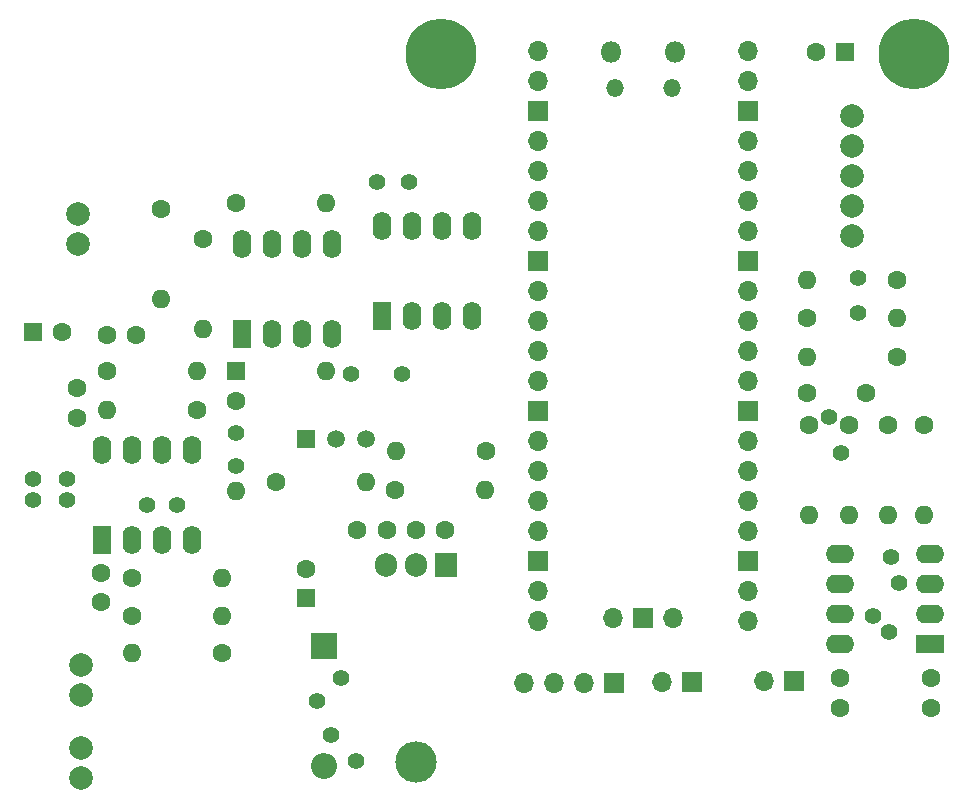
<source format=gbs>
G04 #@! TF.GenerationSoftware,KiCad,Pcbnew,8.0.5*
G04 #@! TF.CreationDate,2024-09-14T22:06:27+02:00*
G04 #@! TF.ProjectId,midi2cv,6d696469-3263-4762-9e6b-696361645f70,rev?*
G04 #@! TF.SameCoordinates,Original*
G04 #@! TF.FileFunction,Soldermask,Bot*
G04 #@! TF.FilePolarity,Negative*
%FSLAX46Y46*%
G04 Gerber Fmt 4.6, Leading zero omitted, Abs format (unit mm)*
G04 Created by KiCad (PCBNEW 8.0.5) date 2024-09-14 22:06:27*
%MOMM*%
%LPD*%
G01*
G04 APERTURE LIST*
%ADD10C,1.600000*%
%ADD11R,1.600000X2.400000*%
%ADD12O,1.600000X2.400000*%
%ADD13O,1.600000X1.600000*%
%ADD14C,2.000000*%
%ADD15R,1.600000X1.600000*%
%ADD16C,6.000000*%
%ADD17O,2.400000X1.600000*%
%ADD18R,2.400000X1.600000*%
%ADD19R,1.700000X1.700000*%
%ADD20O,1.700000X1.700000*%
%ADD21O,1.905000X2.000000*%
%ADD22R,1.905000X2.000000*%
%ADD23O,3.500000X3.500000*%
%ADD24R,2.200000X2.200000*%
%ADD25O,2.200000X2.200000*%
%ADD26C,1.500000*%
%ADD27R,1.500000X1.500000*%
%ADD28O,1.800000X1.800000*%
%ADD29O,1.500000X1.500000*%
%ADD30C,1.422400*%
G04 APERTURE END LIST*
D10*
X139960528Y-86673867D03*
X144960528Y-86673867D03*
D11*
X80274000Y-99075000D03*
D12*
X82814000Y-99075000D03*
X85354000Y-99075000D03*
X87894000Y-99075000D03*
X87894000Y-91455000D03*
X85354000Y-91455000D03*
X82814000Y-91455000D03*
X80274000Y-91455000D03*
D10*
X85217000Y-71120000D03*
D13*
X85217000Y-78740000D03*
D10*
X80645000Y-84836000D03*
D13*
X88265000Y-84836000D03*
D10*
X88265000Y-88138000D03*
D13*
X80645000Y-88138000D03*
X112649000Y-94869000D03*
D10*
X105029000Y-94869000D03*
D13*
X139954000Y-77089000D03*
D10*
X147574000Y-77089000D03*
X90424000Y-108712000D03*
D13*
X82804000Y-108712000D03*
X90424000Y-105537000D03*
D10*
X82804000Y-105537000D03*
X82804000Y-102362000D03*
D13*
X90424000Y-102362000D03*
D14*
X143764000Y-63246000D03*
X143764000Y-65786000D03*
X143764000Y-68326000D03*
X143764000Y-70866000D03*
X143764000Y-73406000D03*
D10*
X78105000Y-88753000D03*
X78105000Y-86253000D03*
X80665000Y-81788000D03*
X83165000Y-81788000D03*
D15*
X74382621Y-81534000D03*
D10*
X76882621Y-81534000D03*
D15*
X143168379Y-57785000D03*
D10*
X140668379Y-57785000D03*
X80137000Y-104374000D03*
X80137000Y-101874000D03*
D16*
X149000000Y-58000000D03*
D13*
X140081000Y-96960867D03*
D10*
X140081000Y-89340867D03*
D17*
X142714868Y-107941129D03*
X142714868Y-105401129D03*
X142714868Y-102861129D03*
X142714868Y-100321129D03*
X150334868Y-100321129D03*
X150334868Y-102861129D03*
X150334868Y-105401129D03*
D18*
X150334868Y-107941129D03*
D19*
X138876458Y-111070643D03*
D20*
X136336458Y-111070643D03*
X116016458Y-111197643D03*
X118556458Y-111197643D03*
X121096458Y-111197643D03*
D19*
X123636458Y-111197643D03*
D14*
X78486000Y-119253000D03*
X78486000Y-116713000D03*
D10*
X101874000Y-98298000D03*
X104374000Y-98298000D03*
D16*
X109000000Y-58000000D03*
D10*
X109327000Y-98298000D03*
X106827000Y-98298000D03*
D13*
X147560528Y-80323867D03*
D10*
X139940528Y-80323867D03*
X97536000Y-101552379D03*
D15*
X97536000Y-104052379D03*
D14*
X78247230Y-74015237D03*
X78247230Y-71475237D03*
D21*
X104267000Y-101219000D03*
X106807000Y-101219000D03*
D22*
X109347000Y-101219000D03*
D23*
X106807000Y-117879000D03*
D10*
X146798528Y-89340867D03*
D13*
X146798528Y-96960867D03*
X102616000Y-94234000D03*
D10*
X94996000Y-94234000D03*
D24*
X99060000Y-108077000D03*
D25*
X99060000Y-118237000D03*
D26*
X102616000Y-90551000D03*
X100076000Y-90551000D03*
D27*
X97536000Y-90551000D03*
D14*
X78486000Y-112268000D03*
X78486000Y-109728000D03*
D13*
X139934967Y-83615908D03*
D10*
X147554967Y-83615908D03*
D13*
X143496528Y-96960867D03*
D10*
X143496528Y-89340867D03*
X149860000Y-89340867D03*
D13*
X149860000Y-96960867D03*
X91567000Y-94996000D03*
D10*
X91567000Y-87376000D03*
X91564061Y-70612000D03*
D13*
X99184061Y-70612000D03*
D10*
X88770061Y-73660000D03*
D13*
X88770061Y-81280000D03*
D20*
X128619440Y-105697000D03*
D19*
X126079440Y-105697000D03*
D20*
X123539440Y-105697000D03*
X134969440Y-57667000D03*
X134969440Y-60207000D03*
D19*
X134969440Y-62747000D03*
D20*
X134969440Y-65287000D03*
X134969440Y-67827000D03*
X134969440Y-70367000D03*
X134969440Y-72907000D03*
D19*
X134969440Y-75447000D03*
D20*
X134969440Y-77987000D03*
X134969440Y-80527000D03*
X134969440Y-83067000D03*
X134969440Y-85607000D03*
D19*
X134969440Y-88147000D03*
D20*
X134969440Y-90687000D03*
X134969440Y-93227000D03*
X134969440Y-95767000D03*
X134969440Y-98307000D03*
D19*
X134969440Y-100847000D03*
D20*
X134969440Y-103387000D03*
X134969440Y-105927000D03*
X117189440Y-105927000D03*
X117189440Y-103387000D03*
D19*
X117189440Y-100847000D03*
D20*
X117189440Y-98307000D03*
X117189440Y-95767000D03*
X117189440Y-93227000D03*
X117189440Y-90687000D03*
D19*
X117189440Y-88147000D03*
D20*
X117189440Y-85607000D03*
X117189440Y-83067000D03*
X117189440Y-80527000D03*
X117189440Y-77987000D03*
D19*
X117189440Y-75447000D03*
D20*
X117189440Y-72907000D03*
X117189440Y-70367000D03*
X117189440Y-67827000D03*
X117189440Y-65287000D03*
D19*
X117189440Y-62747000D03*
D20*
X117189440Y-60207000D03*
X117189440Y-57667000D03*
D28*
X128804440Y-57797000D03*
D29*
X128504440Y-60827000D03*
X123654440Y-60827000D03*
D28*
X123354440Y-57797000D03*
D10*
X150481528Y-113323867D03*
X150481528Y-110823867D03*
X112776000Y-91567000D03*
D13*
X105156000Y-91567000D03*
D10*
X142734528Y-110823867D03*
X142734528Y-113323867D03*
D13*
X99184061Y-84836000D03*
D15*
X91564061Y-84836000D03*
D19*
X130235458Y-111127643D03*
D20*
X127695458Y-111127643D03*
D11*
X103971417Y-80152000D03*
D12*
X106511417Y-80152000D03*
X109051417Y-80152000D03*
X111591417Y-80152000D03*
X111591417Y-72532000D03*
X109051417Y-72532000D03*
X106511417Y-72532000D03*
X103971417Y-72532000D03*
X92072061Y-74041000D03*
X94612061Y-74041000D03*
X97152061Y-74041000D03*
X99692061Y-74041000D03*
X99692061Y-81661000D03*
X97152061Y-81661000D03*
X94612061Y-81661000D03*
D11*
X92072061Y-81661000D03*
D30*
X146884434Y-106861566D03*
X147701000Y-102743000D03*
X142825763Y-91771763D03*
X144272000Y-79857600D03*
X141816279Y-88706590D03*
X144272000Y-76962000D03*
X147066000Y-100584000D03*
X101727000Y-117856000D03*
X145531013Y-105508145D03*
X99632731Y-115634731D03*
X74383900Y-95681803D03*
X77254100Y-95681803D03*
X77254100Y-93980000D03*
X74383900Y-93980000D03*
X84109400Y-96139000D03*
X86598600Y-96139000D03*
X91567000Y-92837000D03*
X91567000Y-90043000D03*
X98426230Y-112774770D03*
X100519269Y-110808731D03*
X101346000Y-85090000D03*
X105664000Y-85090000D03*
X103505000Y-68834000D03*
X106267600Y-68834000D03*
M02*

</source>
